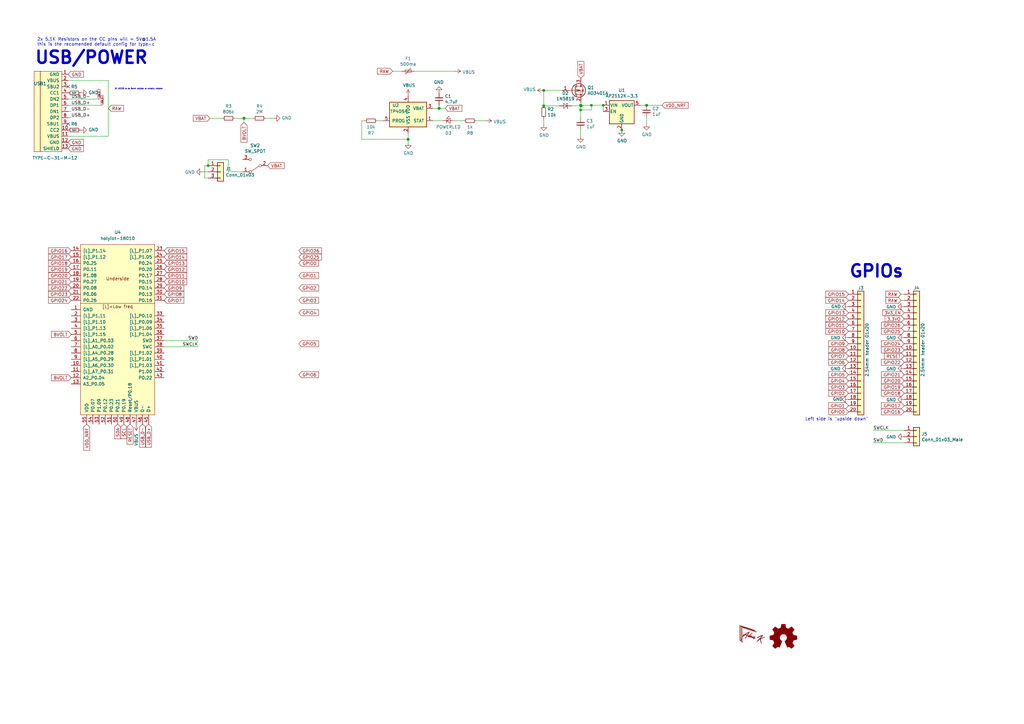
<source format=kicad_sch>
(kicad_sch (version 20211123) (generator eeschema)
  (paper "A3")
  (title_block (date "2021-08-08"))
  (lib_symbols
    (symbol "Battery_Management:MCP73831-3-OT" (pin_names (offset 1.016))
      (property "Reference" "U" (at -7.62 6.35 0))
      (property "Value" "MCP73831-3-OT" (at 1.27 6.35 0))
      (symbol "MCP73831-3-OT_1_1"
        (pin output line (at 10.16 -2.54 180) (length 2.54) (name "STAT") (number "1"))
        (pin power_in line (at 0 -7.62 90) (length 2.54) (name "VSS") (number "2"))
        (pin power_out line (at 10.16 2.54 180) (length 2.54) (name "VBAT") (number "3"))
        (pin power_in line (at 0 7.62 270) (length 2.54) (name "VDD") (number "4"))
        (pin input line (at -10.16 -2.54 0) (length 2.54) (name "PROG") (number "5"))
      )
    )
    (symbol "Connector_Generic:Conn_01x03" (pin_names (offset 1.016) hide)
      (property "Reference" "J" (at 0 5.08 0))
      (property "Value" "Conn_01x03" (at 0 -5.08 0))
      (symbol "Conn_01x03_1_1"
        (pin passive line (at -5.08 2.54 0) (length 3.81) (name "Pin_1") (number "1"))
        (pin passive line (at -5.08 0 0) (length 3.81) (name "Pin_2") (number "2"))
        (pin passive line (at -5.08 -2.54 0) (length 3.81) (name "Pin_3") (number "3"))
      )
    )
    (symbol "Connector_Generic:Conn_01x20" (pin_names (offset 1.016) hide)
      (property "Reference" "J" (at 0 25.4 0))
      (property "Value" "Conn_01x20" (at 0 -27.94 0))
      (symbol "Conn_01x20_1_1"
        (pin passive line (at -5.08 22.86 0) (length 3.81) (name "Pin_1") (number "1"))
        (pin passive line (at -5.08 0 0) (length 3.81) (name "Pin_10") (number "10"))
        (pin passive line (at -5.08 -2.54 0) (length 3.81) (name "Pin_11") (number "11"))
        (pin passive line (at -5.08 -5.08 0) (length 3.81) (name "Pin_12") (number "12"))
        (pin passive line (at -5.08 -7.62 0) (length 3.81) (name "Pin_13") (number "13"))
        (pin passive line (at -5.08 -10.16 0) (length 3.81) (name "Pin_14") (number "14"))
        (pin passive line (at -5.08 -12.7 0) (length 3.81) (name "Pin_15") (number "15"))
        (pin passive line (at -5.08 -15.24 0) (length 3.81) (name "Pin_16") (number "16"))
        (pin passive line (at -5.08 -17.78 0) (length 3.81) (name "Pin_17") (number "17"))
        (pin passive line (at -5.08 -20.32 0) (length 3.81) (name "Pin_18") (number "18"))
        (pin passive line (at -5.08 -22.86 0) (length 3.81) (name "Pin_19") (number "19"))
        (pin passive line (at -5.08 20.32 0) (length 3.81) (name "Pin_2") (number "2"))
        (pin passive line (at -5.08 -25.4 0) (length 3.81) (name "Pin_20") (number "20"))
        (pin passive line (at -5.08 17.78 0) (length 3.81) (name "Pin_3") (number "3"))
        (pin passive line (at -5.08 15.24 0) (length 3.81) (name "Pin_4") (number "4"))
        (pin passive line (at -5.08 12.7 0) (length 3.81) (name "Pin_5") (number "5"))
        (pin passive line (at -5.08 10.16 0) (length 3.81) (name "Pin_6") (number "6"))
        (pin passive line (at -5.08 7.62 0) (length 3.81) (name "Pin_7") (number "7"))
        (pin passive line (at -5.08 5.08 0) (length 3.81) (name "Pin_8") (number "8"))
        (pin passive line (at -5.08 2.54 0) (length 3.81) (name "Pin_9") (number "9"))
      )
    )
    (symbol "Device:C_Small" (pin_numbers hide) (pin_names (offset 0.254) hide)
      (property "Reference" "C" (at 0.254 1.778 0))
      (property "Value" "C_Small" (at 0.254 -2.032 0))
      (symbol "C_Small_1_1"
        (pin passive line (at 0 2.54 270) (length 2.032) (name "~") (number "1"))
        (pin passive line (at 0 -2.54 90) (length 2.032) (name "~") (number "2"))
      )
    )
    (symbol "Device:D_Schottky_Small" (pin_numbers hide) (pin_names (offset 0.254) hide)
      (property "Reference" "D" (at -1.27 2.032 0))
      (property "Value" "D_Schottky_Small" (at -7.112 -2.032 0))
      (symbol "D_Schottky_Small_1_1"
        (pin passive line (at -2.54 0 0) (length 1.778) (name "K") (number "1"))
        (pin passive line (at 2.54 0 180) (length 1.778) (name "A") (number "2"))
      )
    )
    (symbol "Device:LED_Small" (pin_numbers hide) (pin_names (offset 0.254) hide)
      (property "Reference" "D" (at -1.27 3.175 0))
      (property "Value" "LED_Small" (at -4.445 -2.54 0))
      (symbol "LED_Small_1_1"
        (pin passive line (at -2.54 0 0) (length 1.778) (name "K") (number "1"))
        (pin passive line (at 2.54 0 180) (length 1.778) (name "A") (number "2"))
      )
    )
    (symbol "Device:Polyfuse_Small" (pin_numbers hide) (pin_names (offset 0))
      (property "Reference" "F" (at -1.905 0 90))
      (property "Value" "Polyfuse_Small" (at 1.905 0 90))
      (symbol "Polyfuse_Small_1_1"
        (pin passive line (at 0 2.54 270) (length 0.635) (name "~") (number "1"))
        (pin passive line (at 0 -2.54 90) (length 0.635) (name "~") (number "2"))
      )
    )
    (symbol "Device:R_Small" (pin_numbers hide) (pin_names (offset 0.254) hide)
      (property "Reference" "R" (at 0.762 0.508 0))
      (property "Value" "R_Small" (at 0.762 -1.016 0))
      (symbol "R_Small_1_1"
        (pin passive line (at 0 2.54 270) (length 0.762) (name "~") (number "1"))
        (pin passive line (at 0 -2.54 90) (length 0.762) (name "~") (number "2"))
      )
    )
    (symbol "Graphic:Logo_Open_Hardware_Small" (pin_names (offset 1.016)))
    (symbol "Switch:SW_SPDT" (pin_names (offset 0) hide)
      (property "Reference" "SW" (at 0 4.318 0))
      (property "Value" "SW_SPDT" (at 0 -5.08 0))
      (symbol "SW_SPDT_1_1"
        (pin passive line (at 5.08 2.54 180) (length 2.54) (name "A") (number "1"))
        (pin passive line (at -5.08 0 0) (length 2.54) (name "B") (number "2"))
        (pin passive line (at 5.08 -2.54 180) (length 2.54) (name "C") (number "3"))
      )
    )
    (symbol "Transistor_FET:AO3401A" (pin_names hide)
      (property "Reference" "Q" (at 5.08 1.905 0))
      (property "Value" "AO3401A" (at 5.08 0 0))
      (symbol "AO3401A_1_1"
        (pin input line (at -5.08 0 0) (length 2.54) (name "G") (number "1"))
        (pin passive line (at 2.54 -5.08 90) (length 2.54) (name "S") (number "2"))
        (pin passive line (at 2.54 5.08 270) (length 2.54) (name "D") (number "3"))
      )
    )
    (symbol "Type-C:HRO-TYPE-C-31-M-12" (pin_names (offset 1.016))
      (property "Reference" "USB" (at -5.08 16.51 0))
      (property "Value" "HRO-TYPE-C-31-M-12" (at -10.16 -1.27 90))
      (symbol "HRO-TYPE-C-31-M-12_1_1"
        (pin input line (at 2.54 13.97 180) (length 2.54) (name "GND") (number "1"))
        (pin input line (at 2.54 -8.89 180) (length 2.54) (name "CC2") (number "10"))
        (pin input line (at 2.54 -11.43 180) (length 2.54) (name "VBUS") (number "11"))
        (pin input line (at 2.54 -13.97 180) (length 2.54) (name "GND") (number "12"))
        (pin input line (at 2.54 -16.51 180) (length 2.54) (name "SHIELD") (number "13"))
        (pin input line (at 2.54 11.43 180) (length 2.54) (name "VBUS") (number "2"))
        (pin input line (at 2.54 8.89 180) (length 2.54) (name "SBU2") (number "3"))
        (pin input line (at 2.54 6.35 180) (length 2.54) (name "CC1") (number "4"))
        (pin input line (at 2.54 3.81 180) (length 2.54) (name "DN2") (number "5"))
        (pin input line (at 2.54 1.27 180) (length 2.54) (name "DP1") (number "6"))
        (pin input line (at 2.54 -1.27 180) (length 2.54) (name "DN1") (number "7"))
        (pin input line (at 2.54 -3.81 180) (length 2.54) (name "DP2") (number "8"))
        (pin input line (at 2.54 -6.35 180) (length 2.54) (name "SBU1") (number "9"))
      )
    )
    (symbol "gc-rev2-wireless-rescue:AP2112K-3.3-Regulator_Linear-ahokore-rescue" (pin_names (offset 0.254))
      (property "Reference" "U" (at -5.08 5.715 0))
      (property "Value" "AP2112K-3.3-Regulator_Linear-ahokore-rescue" (at 0 5.715 0))
      (symbol "AP2112K-3.3-Regulator_Linear-ahokore-rescue_1_1"
        (pin power_in line (at -7.62 2.54 0) (length 2.54) (name "VIN") (number "1"))
        (pin power_in line (at 0 -7.62 90) (length 2.54) (name "GND") (number "2"))
        (pin input line (at -7.62 0 0) (length 2.54) (name "EN") (number "3"))
        (pin no_connect line (at 5.08 0 180) (length 2.54) hide (name "NC") (number "4"))
        (pin power_out line (at 7.62 2.54 180) (length 2.54) (name "VOUT") (number "5"))
      )
    )
    (symbol "logo:LOGO" (pin_names (offset 1.016)))
    (symbol "mcu:holyiot-18010" (pin_names (offset 1.016))
      (property "Reference" "U" (at 0 43.18 0))
      (property "Value" "holyiot-18010" (at 0 40.64 0))
      (symbol "holyiot-18010_0_0"
        (text "[L]=Low freq" (at 0 13.97 0) (effects (font (size 1.27 1.27))))
        (text "Underside" (at 0 25.4 0) (effects (font (size 1.27 1.27))))
      )
      (symbol "holyiot-18010_1_1"
        (pin power_in line (at -19.05 12.7 0) (length 3.81) (name "GND") (number "1"))
        (pin bidirectional line (at -19.05 -10.16 0) (length 3.81) (name "[L]_A6_P0.30") (number "10"))
        (pin bidirectional line (at -19.05 -12.7 0) (length 3.81) (name "[L]_A7_P0.31") (number "11"))
        (pin bidirectional line (at -19.05 -15.24 0) (length 3.81) (name "A2_P0.04") (number "12"))
        (pin bidirectional line (at -19.05 -17.78 0) (length 3.81) (name "A3_P0.05") (number "13"))
        (pin bidirectional line (at -19.05 36.83 0) (length 3.81) (name "[L]_P1.14") (number "14"))
        (pin bidirectional line (at -19.05 34.29 0) (length 3.81) (name "[L]_P1.12") (number "15"))
        (pin bidirectional line (at -19.05 31.75 0) (length 3.81) (name "P0.25") (number "16"))
        (pin bidirectional line (at -19.05 29.21 0) (length 3.81) (name "P0.11") (number "17"))
        (pin bidirectional line (at -19.05 26.67 0) (length 3.81) (name "P1.08") (number "18"))
        (pin bidirectional line (at -19.05 24.13 0) (length 3.81) (name "P0.27") (number "19"))
        (pin bidirectional line (at -19.05 10.16 0) (length 3.81) (name "[L]_P1.11") (number "2"))
        (pin bidirectional line (at -19.05 21.59 0) (length 3.81) (name "P0.08") (number "20"))
        (pin bidirectional line (at -19.05 19.05 0) (length 3.81) (name "P0.06") (number "21"))
        (pin bidirectional line (at -19.05 16.51 0) (length 3.81) (name "P0.26") (number "22"))
        (pin bidirectional line (at 19.05 36.83 180) (length 3.81) (name "[L]_P1.07") (number "23"))
        (pin bidirectional line (at 19.05 34.29 180) (length 3.81) (name "[L]_P1.05") (number "24"))
        (pin bidirectional line (at 19.05 31.75 180) (length 3.81) (name "P0.24") (number "25"))
        (pin bidirectional line (at 19.05 29.21 180) (length 3.81) (name "P0.20") (number "26"))
        (pin bidirectional line (at 19.05 26.67 180) (length 3.81) (name "P0.17") (number "27"))
        (pin bidirectional line (at 19.05 24.13 180) (length 3.81) (name "P0.15") (number "28"))
        (pin bidirectional line (at 19.05 21.59 180) (length 3.81) (name "P0.14") (number "29"))
        (pin bidirectional line (at -19.05 7.62 0) (length 3.81) (name "[L]_P1.10") (number "3"))
        (pin bidirectional line (at 19.05 19.05 180) (length 3.81) (name "P0.13") (number "30"))
        (pin bidirectional line (at 19.05 16.51 180) (length 3.81) (name "P0.16") (number "31"))
        (pin power_in line (at -19.05 12.7 0) (length 3.81) hide (name "GND") (number "32"))
        (pin bidirectional line (at 19.05 10.16 180) (length 3.81) (name "[L]_P0.10") (number "33"))
        (pin bidirectional line (at 19.05 7.62 180) (length 3.81) (name "[L]_P0.09") (number "34"))
        (pin bidirectional line (at 19.05 5.08 180) (length 3.81) (name "[L]_P1.06") (number "35"))
        (pin bidirectional line (at 19.05 2.54 180) (length 3.81) (name "[L]_P1.04") (number "36"))
        (pin input line (at 19.05 0 180) (length 3.81) (name "SWD") (number "37"))
        (pin bidirectional line (at 19.05 -2.54 180) (length 3.81) (name "SWC") (number "38"))
        (pin bidirectional line (at 19.05 -5.08 180) (length 3.81) (name "[L]_P1.02") (number "39"))
        (pin bidirectional line (at -19.05 5.08 0) (length 3.81) (name "[L]_P1.13") (number "4"))
        (pin bidirectional line (at 19.05 -7.62 180) (length 3.81) (name "[L]_P1.01") (number "40"))
        (pin bidirectional line (at 19.05 -10.16 180) (length 3.81) (name "[L]_P1.03") (number "41"))
        (pin bidirectional line (at 19.05 -12.7 180) (length 3.81) (name "P1.00") (number "42"))
        (pin bidirectional line (at 19.05 -15.24 180) (length 3.81) (name "P0.22") (number "43"))
        (pin power_in line (at -19.05 12.7 0) (length 3.81) hide (name "GND") (number "44"))
        (pin bidirectional line (at 12.7 -34.29 90) (length 3.81) (name "D+") (number "45"))
        (pin bidirectional line (at 10.16 -34.29 90) (length 3.81) (name "D-") (number "46"))
        (pin power_in line (at 7.62 -34.29 90) (length 3.81) (name "VBUS") (number "47"))
        (pin bidirectional line (at 5.08 -34.29 90) (length 3.81) (name "Reset/P0.18") (number "48"))
        (pin bidirectional line (at 2.54 -34.29 90) (length 3.81) (name "P0.19") (number "49"))
        (pin bidirectional line (at -19.05 2.54 0) (length 3.81) (name "[L]_P1.15") (number "5"))
        (pin bidirectional line (at 0 -34.29 90) (length 3.81) (name "P0.21") (number "50"))
        (pin bidirectional line (at -2.54 -34.29 90) (length 3.81) (name "P0.23") (number "51"))
        (pin bidirectional line (at -5.08 -34.29 90) (length 3.81) (name "P0.12") (number "52"))
        (pin bidirectional line (at -7.62 -34.29 90) (length 3.81) (name "P1.09") (number "53"))
        (pin bidirectional line (at -10.16 -34.29 90) (length 3.81) (name "P0.07") (number "54"))
        (pin power_in line (at -12.7 -34.29 90) (length 3.81) (name "VDD") (number "55"))
        (pin bidirectional line (at -19.05 0 0) (length 3.81) (name "[L]_A1_P0.03") (number "6"))
        (pin bidirectional line (at -19.05 -2.54 0) (length 3.81) (name "[L]_A0_P0.02") (number "7"))
        (pin bidirectional line (at -19.05 -5.08 0) (length 3.81) (name "[L]_A4_P0.28") (number "8"))
        (pin bidirectional line (at -19.05 -7.62 0) (length 3.81) (name "[L]_A5_P0.29") (number "9"))
      )
    )
    (symbol "power:GND" (power) (pin_names (offset 0))
      (property "Value" "GND" (at 0 -3.81 0))
      (symbol "GND_1_1"
        (pin power_in line (at 0 0 270) (length 0) hide (name "GND") (number "1"))
      )
    )
    (symbol "power:VBUS" (power) (pin_names (offset 0))
      (property "Value" "VBUS" (at 0 3.81 0))
      (symbol "VBUS_1_1"
        (pin power_in line (at 0 0 90) (length 0) hide (name "VBUS") (number "1"))
      )
    )
  )
  (junction (at 180.086 44.45) (diameter 1.016))
  (junction (at 238.125 43.18))
  (junction (at 242.57 43.18))
  (junction (at 247.396 43.18))
  (junction (at 238.252 43.434))
  (junction (at 238.125 45.085))
  (junction (at 238.379 43.434))
  (junction (at 85.344 67.945))
  (junction (at 265.176 43.18) (diameter 1.016))
  (junction (at 223.012 37.084) (diameter 1.016))
  (junction (at 167.386 57.15) (diameter 1.016))
  (junction (at 223.012 43.434) (diameter 1.016))
  (junction (at 238.252 43.18))
  (junction (at 100.076 48.514) (diameter 1.016))
  (junction (at 255.016 53.34))
  (no_connect (at 27.94 35.56))
  (no_connect (at 27.94 50.8))
  (wire (pts (xy 83.185 70.485) (xy 85.344 70.485)))
  (wire (pts (xy 180.086 43.18) (xy 180.086 44.45)))
  (wire (pts (xy 223.012 37.084) (xy 223.012 43.434)))
  (wire (pts (xy 186.436 49.53) (xy 190.246 49.53)))
  (wire (pts (xy 27.94 33.02) (xy 44.45 33.02)))
  (wire (pts (xy 27.94 45.72) (xy 29.21 45.72)))
  (wire (pts (xy 358.14 181.61) (xy 370.84 181.61)))
  (wire (pts (xy 161.036 29.21) (xy 164.846 29.21)))
  (wire (pts (xy 85.344 73.025) (xy 83.947 73.025)))
  (wire (pts (xy 180.086 44.45) (xy 182.626 44.45)))
  (wire (pts (xy 93.599 70.485) (xy 99.568 70.485)))
  (wire (pts (xy 83.947 67.945) (xy 85.344 67.945)))
  (wire (pts (xy 67.31 142.24) (xy 81.28 142.24)))
  (wire (pts (xy 154.686 49.53) (xy 157.226 49.53)))
  (wire (pts (xy 370.84 123.19) (xy 369.57 123.19)))
  (wire (pts (xy 148.336 57.15) (xy 167.386 57.15)))
  (wire (pts (xy 27.94 43.18) (xy 41.91 43.18)))
  (wire (pts (xy 255.016 50.673) (xy 255.016 53.34)))
  (wire (pts (xy 238.252 43.18) (xy 242.57 43.18)))
  (wire (pts (xy 370.84 176.53) (xy 358.14 176.53)))
  (wire (pts (xy 238.125 45.085) (xy 238.125 48.26)))
  (wire (pts (xy 93.599 65.532) (xy 85.344 65.532)))
  (wire (pts (xy 238.252 43.18) (xy 238.252 43.434)))
  (wire (pts (xy 27.94 40.64) (xy 40.64 40.64)))
  (wire (pts (xy 265.176 48.26) (xy 265.176 50.8)))
  (wire (pts (xy 83.947 73.025) (xy 83.947 67.945)))
  (wire (pts (xy 100.076 48.514) (xy 103.886 48.514)))
  (wire (pts (xy 67.31 139.7) (xy 81.28 139.7)))
  (wire (pts (xy 27.94 48.26) (xy 29.21 48.26)))
  (wire (pts (xy 148.336 49.53) (xy 148.336 57.15)))
  (wire (pts (xy 167.386 54.61) (xy 167.386 57.15)))
  (wire (pts (xy 108.966 48.514) (xy 112.268 48.514)))
  (wire (pts (xy 149.606 49.53) (xy 148.336 49.53)))
  (wire (pts (xy 238.125 53.34) (xy 238.125 55.88)))
  (wire (pts (xy 242.57 45.085) (xy 242.57 43.18)))
  (wire (pts (xy 177.546 44.45) (xy 180.086 44.45)))
  (wire (pts (xy 234.442 43.434) (xy 238.252 43.434)))
  (wire (pts (xy 86.106 48.514) (xy 91.186 48.514)))
  (wire (pts (xy 177.546 49.53) (xy 181.356 49.53)))
  (wire (pts (xy 96.266 48.514) (xy 100.076 48.514)))
  (wire (pts (xy 169.926 29.21) (xy 186.436 29.21)))
  (wire (pts (xy 238.125 43.18) (xy 238.125 45.085)))
  (wire (pts (xy 238.125 45.085) (xy 242.57 45.085)))
  (wire (pts (xy 265.176 43.18) (xy 271.526 43.18)))
  (wire (pts (xy 238.252 42.164) (xy 238.252 43.18)))
  (wire (pts (xy 195.326 49.53) (xy 199.136 49.53)))
  (wire (pts (xy 262.636 43.18) (xy 265.176 43.18)))
  (wire (pts (xy 369.57 120.65) (xy 370.84 120.65)))
  (wire (pts (xy 223.012 43.434) (xy 229.362 43.434)))
  (wire (pts (xy 247.396 43.18) (xy 247.396 45.72)))
  (wire (pts (xy 85.344 65.532) (xy 85.344 67.945)))
  (wire (pts (xy 167.386 57.15) (xy 167.386 58.42)))
  (wire (pts (xy 242.57 43.18) (xy 247.396 43.18)))
  (wire (pts (xy 238.125 43.18) (xy 238.379 43.434)))
  (wire (pts (xy 44.45 33.02) (xy 44.45 55.88)))
  (wire (pts (xy 100.076 48.514) (xy 100.076 50.292)))
  (wire (pts (xy 255.016 53.34) (xy 255.016 53.594)))
  (wire (pts (xy 44.45 55.88) (xy 27.94 55.88)))
  (wire (pts (xy 223.012 48.514) (xy 223.012 51.054)))
  (wire (pts (xy 223.012 37.084) (xy 230.632 37.084)))
  (wire (pts (xy 93.599 70.485) (xy 93.599 65.532)))
  (text "D1 NEEDS to be 0omh resistor or schotky resistor" (at 46.99 36.83 0) (effects (font (size 0.508 0.508)) (justify left bottom)))
  (text "2x 5.1K Resistors on the CC pins will = 5V@1.5A\nthis is the recomended default config for type-c" (at 15.24 19.05 0) (effects (font (size 1.27 1.27)) (justify left bottom)))
  (text "USB/POWER" (at 13.97 26.67 0) (effects (font (size 5.0038 5.0038) (thickness 1.0008) bold) (justify left bottom)))
  (text "GPIOs" (at 347.98 114.3 0) (effects (font (size 5.0038 5.0038) (thickness 1.0008) bold) (justify left bottom)))
  (text "Left side is \"upside down\"" (at 330.2 172.72 0) (effects (font (size 1.27 1.27)) (justify left bottom)))
  (label "SWCLK" (at 358.14 176.53 0))
  (label "USB_D-" (at 29.21 40.64 0))
  (label "USB_D+" (at 29.21 48.26 0))
  (label "SWD" (at 81.28 139.7 180))
  (label "USB_D-" (at 29.21 45.72 0))
  (label "USB_D+" (at 29.21 43.18 0))
  (label "SWD" (at 358.14 181.61 0))
  (label "SWCLK" (at 81.28 142.24 180))
  (global_label "GPIO1" (shape input) (at 347.98 166.37 180) (property "Intersheet References" "${INTERSHEET_REFS}" (effects hide)))
  (global_label "GPIO1" (shape input) (at 122.555 113.03 0) (property "Intersheet References" "${INTERSHEET_REFS}" (effects hide)))
  (global_label "GPIO10" (shape input) (at 67.31 115.57 0) (property "Intersheet References" "${INTERSHEET_REFS}" (effects hide)))
  (global_label "GPIO14" (shape input) (at 67.31 105.41 0) (property "Intersheet References" "${INTERSHEET_REFS}" (effects hide)))
  (global_label "VDD_NRF" (shape input) (at 271.526 43.18 0) (property "Intersheet References" "${INTERSHEET_REFS}" (effects hide)))
  (global_label "GPIO26" (shape input) (at 122.555 102.87 0) (property "Intersheet References" "${INTERSHEET_REFS}" (effects hide)))
  (global_label "GPIO19" (shape input) (at 29.21 110.49 180) (property "Intersheet References" "${INTERSHEET_REFS}" (effects hide)))
  (global_label "GPIO9" (shape input) (at 67.31 118.11 0) (property "Intersheet References" "${INTERSHEET_REFS}" (effects hide)))
  (global_label "RAW" (shape input) (at 369.57 123.19 180) (property "Intersheet References" "${INTERSHEET_REFS}" (effects hide)))
  (global_label "GPIO26" (shape input) (at 370.84 133.35 180) (property "Intersheet References" "${INTERSHEET_REFS}" (effects hide)))
  (global_label "GPIO13" (shape input) (at 67.31 107.95 0) (property "Intersheet References" "${INTERSHEET_REFS}" (effects hide)))
  (global_label "USB_D-" (shape input) (at 40.64 40.64 90) (effects (font (size 0.508 0.508))) (property "Intersheet References" "${INTERSHEET_REFS}" (effects hide)))
  (global_label "GPIO6" (shape input) (at 122.555 153.67 0) (property "Intersheet References" "${INTERSHEET_REFS}" (effects hide)))
  (global_label "USB_D+" (shape input) (at 60.96 173.99 270) (effects (font (size 1.1938 1.1938))) (property "Intersheet References" "${INTERSHEET_REFS}" (effects hide)))
  (global_label "GPIO9" (shape input) (at 347.98 140.97 180) (property "Intersheet References" "${INTERSHEET_REFS}" (effects hide)))
  (global_label "GPIO7" (shape input) (at 347.98 146.05 180) (property "Intersheet References" "${INTERSHEET_REFS}" (effects hide)))
  (global_label "BVOLT" (shape input) (at 29.21 154.94 180) (property "Intersheet References" "${INTERSHEET_REFS}" (effects hide)))
  (global_label "GPIO25" (shape input) (at 122.555 105.41 0) (property "Intersheet References" "${INTERSHEET_REFS}" (effects hide)))
  (global_label "VBAT" (shape input) (at 182.626 44.45 0) (property "Intersheet References" "${INTERSHEET_REFS}" (effects hide)))
  (global_label "3V3_EN" (shape input) (at 370.84 128.27 180) (effects (font (size 1.1938 1.1938))) (property "Intersheet References" "${INTERSHEET_REFS}" (effects hide)))
  (global_label "GPIO24" (shape input) (at 370.84 140.97 180) (property "Intersheet References" "${INTERSHEET_REFS}" (effects hide)))
  (global_label "GPIO12" (shape input) (at 67.31 110.49 0) (property "Intersheet References" "${INTERSHEET_REFS}" (effects hide)))
  (global_label "VDD_NRF" (shape input) (at 35.56 173.99 270) (property "Intersheet References" "${INTERSHEET_REFS}" (effects hide)))
  (global_label "VBAT" (shape input) (at 86.106 48.514 180) (property "Intersheet References" "${INTERSHEET_REFS}" (effects hide)))
  (global_label "GPIO17" (shape input) (at 29.21 105.41 180) (property "Intersheet References" "${INTERSHEET_REFS}" (effects hide)))
  (global_label "GPIO23" (shape input) (at 29.21 120.65 180) (property "Intersheet References" "${INTERSHEET_REFS}" (effects hide)))
  (global_label "GPIO6" (shape input) (at 347.98 148.59 180) (property "Intersheet References" "${INTERSHEET_REFS}" (effects hide)))
  (global_label "GPIO25" (shape input) (at 370.84 135.89 180) (property "Intersheet References" "${INTERSHEET_REFS}" (effects hide)))
  (global_label "GPIO10" (shape input) (at 347.98 135.89 180) (property "Intersheet References" "${INTERSHEET_REFS}" (effects hide)))
  (global_label "RAW" (shape input) (at 161.036 29.21 180) (property "Intersheet References" "${INTERSHEET_REFS}" (effects hide)))
  (global_label "GPIO14" (shape input) (at 347.98 123.19 180) (property "Intersheet References" "${INTERSHEET_REFS}" (effects hide)))
  (global_label "GPIO23" (shape input) (at 370.84 143.51 180) (property "Intersheet References" "${INTERSHEET_REFS}" (effects hide)))
  (global_label "GND" (shape input) (at 27.94 58.42 0) (property "Intersheet References" "${INTERSHEET_REFS}" (effects hide)))
  (global_label "GPIO20" (shape input) (at 29.21 113.03 180) (property "Intersheet References" "${INTERSHEET_REFS}" (effects hide)))
  (global_label "GPIO12" (shape input) (at 347.98 130.81 180) (property "Intersheet References" "${INTERSHEET_REFS}" (effects hide)))
  (global_label "GPIO5" (shape input) (at 122.555 140.97 0) (property "Intersheet References" "${INTERSHEET_REFS}" (effects hide)))
  (global_label "BVOLT" (shape input) (at 100.076 50.292 270) (property "Intersheet References" "${INTERSHEET_REFS}" (effects hide)))
  (global_label "GPIO19" (shape input) (at 370.84 158.75 180) (property "Intersheet References" "${INTERSHEET_REFS}" (effects hide)))
  (global_label "GPIO0" (shape input) (at 347.98 168.91 180) (property "Intersheet References" "${INTERSHEET_REFS}" (effects hide)))
  (global_label "GPIO21" (shape input) (at 370.84 153.67 180) (property "Intersheet References" "${INTERSHEET_REFS}" (effects hide)))
  (global_label "USB_D-" (shape input) (at 58.42 173.99 270) (effects (font (size 1.1938 1.1938))) (property "Intersheet References" "${INTERSHEET_REFS}" (effects hide)))
  (global_label "GPIO21" (shape input) (at 29.21 115.57 180) (property "Intersheet References" "${INTERSHEET_REFS}" (effects hide)))
  (global_label "GPIO16" (shape input) (at 370.84 168.91 180) (property "Intersheet References" "${INTERSHEET_REFS}" (effects hide)))
  (global_label "GPIO3" (shape input) (at 347.98 158.75 180) (property "Intersheet References" "${INTERSHEET_REFS}" (effects hide)))
  (global_label "GPIO5" (shape input) (at 347.98 153.67 180) (property "Intersheet References" "${INTERSHEET_REFS}" (effects hide)))
  (global_label "GPIO22" (shape input) (at 370.84 148.59 180) (property "Intersheet References" "${INTERSHEET_REFS}" (effects hide)))
  (global_label "GND" (shape input) (at 27.94 30.48 0) (property "Intersheet References" "${INTERSHEET_REFS}" (effects hide)))
  (global_label "GPIO3" (shape input) (at 122.555 123.19 0) (property "Intersheet References" "${INTERSHEET_REFS}" (effects hide)))
  (global_label "3.3VO" (shape input) (at 370.84 130.81 180) (property "Intersheet References" "${INTERSHEET_REFS}" (effects hide)))
  (global_label "GPIO24" (shape input) (at 29.21 123.19 180) (property "Intersheet References" "${INTERSHEET_REFS}" (effects hide)))
  (global_label "BVOLT" (shape input) (at 29.21 137.16 180) (property "Intersheet References" "${INTERSHEET_REFS}" (effects hide)))
  (global_label "GPIO8" (shape input) (at 347.98 143.51 180) (property "Intersheet References" "${INTERSHEET_REFS}" (effects hide)))
  (global_label "GPIO18" (shape input) (at 370.84 161.29 180) (property "Intersheet References" "${INTERSHEET_REFS}" (effects hide)))
  (global_label "GPIO16" (shape input) (at 29.21 102.87 180) (property "Intersheet References" "${INTERSHEET_REFS}" (effects hide)))
  (global_label "RESET" (shape input) (at 370.84 146.05 180) (property "Intersheet References" "${INTERSHEET_REFS}" (effects hide)))
  (global_label "SCL" (shape input) (at 50.8 173.99 270) (property "Intersheet References" "${INTERSHEET_REFS}" (effects hide)))
  (global_label "GPIO8" (shape input) (at 67.31 120.65 0) (property "Intersheet References" "${INTERSHEET_REFS}" (effects hide)))
  (global_label "VBAT" (shape input) (at 109.728 67.945 0) (property "Intersheet References" "${INTERSHEET_REFS}" (effects hide)))
  (global_label "GPIO4" (shape input) (at 122.555 128.27 0) (property "Intersheet References" "${INTERSHEET_REFS}" (effects hide)))
  (global_label "GPIO18" (shape input) (at 29.21 107.95 180) (property "Intersheet References" "${INTERSHEET_REFS}" (effects hide)))
  (global_label "SDA" (shape input) (at 48.26 173.99 270) (property "Intersheet References" "${INTERSHEET_REFS}" (effects hide)))
  (global_label "GND" (shape input) (at 27.94 60.96 0) (property "Intersheet References" "${INTERSHEET_REFS}" (effects hide)))
  (global_label "GPIO4" (shape input) (at 347.98 156.21 180) (property "Intersheet References" "${INTERSHEET_REFS}" (effects hide)))
  (global_label "GPIO7" (shape input) (at 67.31 123.19 0) (property "Intersheet References" "${INTERSHEET_REFS}" (effects hide)))
  (global_label "GPIO22" (shape input) (at 29.21 118.11 180) (property "Intersheet References" "${INTERSHEET_REFS}" (effects hide)))
  (global_label "RAW" (shape input) (at 369.57 120.65 180) (property "Intersheet References" "${INTERSHEET_REFS}" (effects hide)))
  (global_label "GPIO11" (shape input) (at 347.98 133.35 180) (property "Intersheet References" "${INTERSHEET_REFS}" (effects hide)))
  (global_label "GPIO2" (shape input) (at 347.98 161.29 180) (property "Intersheet References" "${INTERSHEET_REFS}" (effects hide)))
  (global_label "GPIO15" (shape input) (at 67.31 102.87 0) (property "Intersheet References" "${INTERSHEET_REFS}" (effects hide)))
  (global_label "GPIO0" (shape input) (at 122.555 107.95 0) (property "Intersheet References" "${INTERSHEET_REFS}" (effects hide)))
  (global_label "GPIO20" (shape input) (at 370.84 156.21 180) (property "Intersheet References" "${INTERSHEET_REFS}" (effects hide)))
  (global_label "GPIO2" (shape input) (at 122.555 118.11 0) (property "Intersheet References" "${INTERSHEET_REFS}" (effects hide)))
  (global_label "VBAT" (shape input) (at 238.252 32.004 90) (property "Intersheet References" "${INTERSHEET_REFS}" (effects hide)))
  (global_label "GPIO17" (shape input) (at 370.84 166.37 180) (property "Intersheet References" "${INTERSHEET_REFS}" (effects hide)))
  (global_label "RESET" (shape input) (at 53.34 173.99 270) (property "Intersheet References" "${INTERSHEET_REFS}" (effects hide)))
  (global_label "RAW" (shape input) (at 44.45 44.45 0) (property "Intersheet References" "${INTERSHEET_REFS}" (effects hide)))
  (global_label "GPIO15" (shape input) (at 347.98 120.65 180) (property "Intersheet References" "${INTERSHEET_REFS}" (effects hide)))
  (global_label "GPIO11" (shape input) (at 67.31 113.03 0) (property "Intersheet References" "${INTERSHEET_REFS}" (effects hide)))
  (global_label "GPIO13" (shape input) (at 347.98 128.27 180) (property "Intersheet References" "${INTERSHEET_REFS}" (effects hide)))
  (global_label "USB_D+" (shape input) (at 41.91 43.18 90) (effects (font (size 0.508 0.508))) (property "Intersheet References" "${INTERSHEET_REFS}" (effects hide)))
  (symbol (lib_id "Type-C:HRO-TYPE-C-31-M-12") (at 25.4 44.45 0) (unit 1)
    (property "Reference" "USB1" (at 19.05 34.29 0) (effects (justify right)))
    (property "Value" "TYPE-C-31-M-12" (at 31.75 64.77 0) (effects (justify right)))
    (property "Footprint" "HRO-TYPE-C31-M-12:HRO-TYPE-C-31-M-12" (effects hide))
  )
  (symbol (lib_id "power:GND") (at 347.98 163.83 270) (mirror x) (unit 1)
    (property "Reference" "#PWR020" (effects hide))
    (property "Value" "GND" (at 343.5858 163.703 90))
  )
  (symbol (lib_id "logo:LOGO") (at 308.61 260.35 0) (unit 1)
    (property "Reference" "#G1" (effects hide))
    (property "Value" "LOGO" (effects hide))
    (property "Footprint" "EnvExtras:logo" (effects hide))
  )
  (symbol (lib_id "power:GND") (at 33.02 38.1 90) (unit 1)
    (property "Reference" "#PWR0108" (effects hide))
    (property "Value" "GND" (at 36.2712 37.973 90) (effects (justify right)))
  )
  (symbol (lib_id "power:GND") (at 33.02 53.34 90) (unit 1)
    (property "Reference" "#PWR0109" (effects hide))
    (property "Value" "GND" (at 36.2712 53.213 90) (effects (justify right)))
  )
  (symbol (lib_id "power:GND") (at 347.98 125.73 270) (unit 1)
    (property "Reference" "#PWR0102" (effects hide))
    (property "Value" "GND" (at 342.9 125.73 90))
  )
  (symbol (lib_id "power:GND") (at 347.98 151.13 270) (unit 1)
    (property "Reference" "#PWR0104" (effects hide))
    (property "Value" "GND" (at 344.7288 151.257 90) (effects (justify right)))
  )
  (symbol (lib_id "power:GND") (at 370.84 125.73 270) (unit 1)
    (property "Reference" "#PWR027" (effects hide))
    (property "Value" "GND" (at 367.5888 125.857 90) (effects (justify right)))
  )
  (symbol (lib_id "power:GND") (at 370.84 138.43 270) (unit 1)
    (property "Reference" "#PWR030" (effects hide))
    (property "Value" "GND" (at 367.5888 138.557 90) (effects (justify right)))
  )
  (symbol (lib_id "power:GND") (at 370.84 151.13 270) (unit 1)
    (property "Reference" "#PWR031" (effects hide))
    (property "Value" "GND" (at 367.5888 151.257 90) (effects (justify right)))
  )
  (symbol (lib_id "power:GND") (at 370.84 163.83 270) (unit 1)
    (property "Reference" "#PWR032" (effects hide))
    (property "Value" "GND" (at 367.5888 163.957 90) (effects (justify right)))
  )
  (symbol (lib_id "Connector_Generic:Conn_01x03") (at 375.92 179.07 0) (unit 1)
    (property "Reference" "J5" (at 377.952 178.0032 0) (effects (justify left)))
    (property "Value" "Conn_01x03_Male" (at 377.952 180.3146 0) (effects (justify left)))
    (property "Footprint" "Connector_PinHeader_2.54mm:PinHeader_1x03_P2.54mm_Vertical" (effects hide))
  )
  (symbol (lib_id "power:GND") (at 370.84 179.07 270) (unit 1)
    (property "Reference" "#PWR034" (effects hide))
    (property "Value" "GND" (at 367.5888 179.197 90) (effects (justify right)))
  )
  (symbol (lib_id "Connector_Generic:Conn_01x20") (at 375.92 143.51 0) (unit 1)
    (property "Reference" "J4" (at 375.92 118.11 0))
    (property "Value" "2.54mm header 01x20" (at 378.46 143.51 90))
    (property "Footprint" "2.54mmheadercastelation:PinHeader_1x20_P2.54mm_Vertical_castelated" (effects hide))
  )
  (symbol (lib_id "Connector_Generic:Conn_01x20") (at 353.06 143.51 0) (unit 1)
    (property "Reference" "J3" (at 353.06 118.11 0))
    (property "Value" "2.54mm header 01x20" (at 355.6 143.51 90))
    (property "Footprint" "2.54mmheadercastelation:PinHeader_1x20_P2.54mm_Vertical_castelated" (effects hide))
  )
  (symbol (lib_id "Graphic:Logo_Open_Hardware_Small") (at 321.31 261.62 0) (unit 1)
    (property "Reference" "#LOGO1" (effects hide))
    (property "Value" "Logo_Open_Hardware_Small" (effects hide))
    (property "Footprint" "EnvExtras:logo" (effects hide))
  )
  (symbol (lib_id "Device:R_Small") (at 30.48 53.34 270) (unit 1)
    (property "Reference" "R6" (at 30.48 50.8 90))
    (property "Value" "5.1K" (at 30.48 53.34 90) (effects (font (size 0.508 0.508))))
    (property "Footprint" "Resistor_SMD:R_0402_1005Metric" (effects hide))
  )
  (symbol (lib_id "Device:R_Small") (at 30.48 38.1 270) (unit 1)
    (property "Reference" "R5" (at 30.48 35.56 90))
    (property "Value" "5.1K" (at 30.48 38.1 90) (effects (font (size 0.508 0.508))))
    (property "Footprint" "Resistor_SMD:R_0402_1005Metric" (effects hide))
  )
  (symbol (lib_id "power:GND") (at 347.98 138.43 270) (unit 1)
    (property "Reference" "#PWR0103" (effects hide))
    (property "Value" "GND" (at 344.7288 138.557 90) (effects (justify right)))
  )
  (symbol (lib_id "power:GND") (at 112.268 48.514 90) (unit 1)
    (property "Reference" "#PWR0105" (effects hide))
    (property "Value" "GND" (at 115.5192 48.387 90) (effects (justify right)))
  )
  (symbol (lib_id "Device:C_Small") (at 238.125 50.8 0) (unit 1)
    (property "Reference" "C3" (at 240.4618 49.6316 0) (effects (justify left)))
    (property "Value" "1uF" (at 240.4618 51.943 0) (effects (justify left)))
    (property "Footprint" "Capacitor_SMD:C_0402_1005Metric" (effects hide))
  )
  (symbol (lib_id "Transistor_FET:AO3401A") (at 235.712 37.084 0) (unit 1)
    (property "Reference" "Q1" (at 240.919 35.9156 0) (effects (justify left)))
    (property "Value" "AO3401A" (at 240.919 38.227 0) (effects (justify left)))
    (property "Footprint" "Package_TO_SOT_SMD:SOT-23" (effects hide))
    (property "Datasheet" "http://www.aosmd.com/pdfs/datasheet/AO3401A.pdf" (effects hide))
  )
  (symbol (lib_id "power:VBUS") (at 167.386 39.37 0) (unit 1)
    (property "Reference" "#PWR0106" (effects hide))
    (property "Value" "VBUS" (at 167.767 34.9758 0))
  )
  (symbol (lib_id "power:VBUS") (at 223.012 37.084 90) (unit 1)
    (property "Reference" "#PWR0115" (effects hide))
    (property "Value" "VBUS" (at 219.7862 36.703 90) (effects (justify left)))
  )
  (symbol (lib_id "power:GND") (at 223.012 51.054 0) (unit 1)
    (property "Reference" "#PWR0116" (effects hide))
    (property "Value" "GND" (at 223.139 55.4482 0))
  )
  (symbol (lib_id "Switch:SW_SPDT") (at 104.648 67.945 180) (unit 1)
    (property "Reference" "SW2" (at 104.648 59.69 0))
    (property "Value" "SW_SPDT" (at 104.648 62.0014 0))
    (property "Footprint" "Connector_PinHeader_1.00mm:PinHeader_1x03_P1.00mm_Vertical" (effects hide))
  )
  (symbol (lib_id "power:GND") (at 255.016 53.34 0) (unit 1)
    (property "Reference" "#PWR0118" (effects hide))
    (property "Value" "GND" (at 255.143 57.7342 0))
  )
  (symbol (lib_id "Device:C_Small") (at 265.176 45.72 0) (unit 1)
    (property "Reference" "C2" (at 267.5128 44.5516 0) (effects (justify left)))
    (property "Value" "1uF" (at 267.5128 46.863 0) (effects (justify left)))
    (property "Footprint" "Capacitor_SMD:C_0402_1005Metric" (effects hide))
  )
  (symbol (lib_id "Battery_Management:MCP73831-3-OT") (at 167.386 46.99 0) (unit 1)
    (property "Reference" "U2" (at 162.306 43.18 0))
    (property "Value" "TP4054" (at 163.576 45.72 0))
    (property "Footprint" "Package_TO_SOT_SMD:SOT-23-5" (effects hide))
    (property "Datasheet" "http://ww1.microchip.com/downloads/en/DeviceDoc/20001984g.pdf" (effects hide))
  )
  (symbol (lib_id "power:VBUS") (at 199.136 49.53 270) (unit 1)
    (property "Reference" "#PWR0112" (effects hide))
    (property "Value" "VBUS" (at 202.3872 49.911 90) (effects (justify left)))
  )
  (symbol (lib_id "Device:R_Small") (at 152.146 49.53 90) (unit 1)
    (property "Reference" "R7" (at 152.146 54.61 90))
    (property "Value" "10k" (at 152.146 52.07 90))
    (property "Footprint" "Resistor_SMD:R_0402_1005Metric" (effects hide))
  )
  (symbol (lib_id "Device:R_Small") (at 106.426 48.514 270) (unit 1)
    (property "Reference" "R4" (at 106.426 43.5356 90))
    (property "Value" "2M" (at 106.426 45.847 90))
    (property "Footprint" "Resistor_SMD:R_0402_1005Metric" (effects hide))
  )
  (symbol (lib_id "mcu:holyiot-18010") (at 48.26 139.7 0) (unit 1)
    (property "Reference" "U4" (at 48.26 95.25 0))
    (property "Value" "holyiot-18010" (at 48.26 97.79 0))
    (property "Footprint" "mcu:holyiot-18010" (effects hide))
  )
  (symbol (lib_id "Device:R_Small") (at 93.726 48.514 270) (unit 1)
    (property "Reference" "R3" (at 93.726 43.5356 90))
    (property "Value" "806k" (at 93.726 45.847 90))
    (property "Footprint" "Resistor_SMD:R_0402_1005Metric" (effects hide))
  )
  (symbol (lib_id "power:GND") (at 265.176 50.8 0) (unit 1)
    (property "Reference" "#PWR0114" (effects hide))
    (property "Value" "GND" (at 265.303 55.1942 0))
  )
  (symbol (lib_id "gc-rev2-wireless-rescue:AP2112K-3.3-Regulator_Linear-ahokore-rescue") (at 255.016 45.72 0) (unit 1)
    (property "Reference" "U1" (at 255.016 37.0332 0))
    (property "Value" "AP2112K-3.3" (at 255.016 39.3446 0))
    (property "Footprint" "Package_TO_SOT_SMD:SOT-23-5" (effects hide))
    (property "Datasheet" "https://www.diodes.com/assets/Datasheets/AP2112.pdf" (effects hide))
  )
  (symbol (lib_id "power:GND") (at 238.125 55.88 0) (unit 1)
    (property "Reference" "#PWR0117" (effects hide))
    (property "Value" "GND" (at 238.252 60.2742 0))
  )
  (symbol (lib_id "power:GND") (at 180.086 38.1 180) (unit 1)
    (property "Reference" "#PWR0111" (effects hide))
    (property "Value" "GND" (at 179.959 33.7058 0))
  )
  (symbol (lib_id "Device:LED_Small") (at 183.896 49.53 0) (unit 1)
    (property "Reference" "D3" (at 183.896 54.61 0))
    (property "Value" "POWERLED" (at 183.896 52.07 0))
    (property "Footprint" "Diode_SMD:D_0402_1005Metric" (effects hide))
  )
  (symbol (lib_id "Device:R_Small") (at 223.012 45.974 0) (unit 1)
    (property "Reference" "R2" (at 224.5106 44.8056 0) (effects (justify left)))
    (property "Value" "10k" (at 224.5106 47.117 0) (effects (justify left)))
    (property "Footprint" "Resistor_SMD:R_0402_1005Metric" (effects hide))
  )
  (symbol (lib_id "Device:R_Small") (at 192.786 49.53 270) (unit 1)
    (property "Reference" "R8" (at 192.786 54.61 90))
    (property "Value" "1k" (at 192.786 52.07 90))
    (property "Footprint" "Resistor_SMD:R_0402_1005Metric" (effects hide))
  )
  (symbol (lib_id "power:VBUS") (at 186.436 29.21 270) (unit 1)
    (property "Reference" "#PWR0113" (effects hide))
    (property "Value" "VBUS" (at 189.6872 29.591 90) (effects (justify left)))
  )
  (symbol (lib_id "Connector_Generic:Conn_01x03") (at 90.424 70.485 0) (unit 1)
    (property "Reference" "J1" (at 92.583 69.2149 0) (effects (justify left)))
    (property "Value" "Conn_01x03" (at 92.583 71.7549 0) (effects (justify left)))
    (property "Footprint" "Connector_JST:JST_SH_BM03B-SRSS-TB_1x03-1MP_P1.00mm_Vertical" (effects hide))
  )
  (symbol (lib_id "Device:D_Schottky_Small") (at 231.902 43.434 180) (unit 1)
    (property "Reference" "D2" (at 231.902 38.1762 0))
    (property "Value" "1N5819" (at 231.902 40.4876 0))
    (property "Footprint" "Diode_SMD:D_SOD-123" (effects hide))
  )
  (symbol (lib_id "power:GND") (at 83.185 70.485 270) (unit 1)
    (property "Reference" "#PWR0120" (effects hide))
    (property "Value" "GND" (at 79.9338 70.612 90) (effects (justify right)))
  )
  (symbol (lib_id "Device:Polyfuse_Small") (at 167.386 29.21 270) (unit 1)
    (property "Reference" "F1" (at 167.386 24.003 90))
    (property "Value" "500ma" (at 167.386 26.3144 90))
    (property "Footprint" "Fuse:Fuse_0805_2012Metric" (effects hide))
  )
  (symbol (lib_id "power:GND") (at 167.386 58.42 0) (unit 1)
    (property "Reference" "#PWR0101" (effects hide))
    (property "Value" "GND" (at 167.513 62.8142 0))
  )
  (symbol (lib_id "Device:C_Small") (at 180.086 40.64 180) (unit 1)
    (property "Reference" "C1" (at 182.4228 39.4716 0) (effects (justify right)))
    (property "Value" "4.7uF" (at 182.4228 41.783 0) (effects (justify right)))
    (property "Footprint" "Capacitor_SMD:C_0402_1005Metric" (effects hide))
  )
  (symbol (lib_id "power:VBUS") (at 55.88 173.99 180) (unit 1)
    (property "Reference" "#PWR0119" (effects hide))
    (property "Value" "VBUS" (at 55.88 180.34 90))
  )
)
</source>
